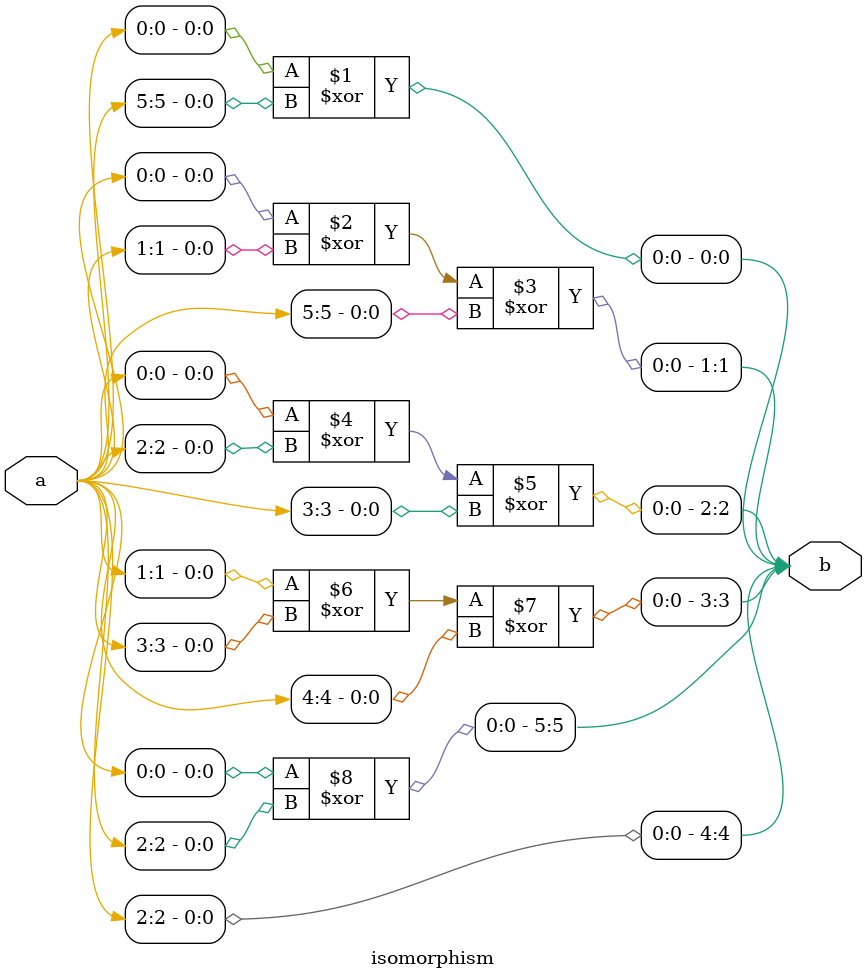
<source format=v>
`timescale 1ns/100ps
module SMS32_20_np_13_2(x,y);
	 input [5:0] x;
	 output [5:0] y;
	 wire [5:0] w;
	 wire [5:0] p;
	 isomorphism C2 (x,w);
	 power_20 C3 (w,p);
	 inv_isomorphism C4 (p,y);
endmodule

module add_base(a,b,c);
	 input [2:0] a;
	 input [2:0] b;
	 output [2:0] c;
	 assign c[0]=a[0]^b[0];
	 assign c[1]=a[1]^b[1];
	 assign c[2]=a[2]^b[2];
endmodule

module constant_multiplication_base_0(a,b);
	 input [2:0] a;
	 output [2:0] b;
	 assign b[0]=0;
	 assign b[1]=0;
	 assign b[2]=0;
endmodule

module constant_multiplication_base_1(a,b);
	 input [2:0] a;
	 output [2:0] b;
	 assign b[0]=a[0];
	 assign b[1]=a[1];
	 assign b[2]=a[2];
endmodule

module constant_multiplication_base_2(a,b);
	 input [2:0] a;
	 output [2:0] b;
	 assign b[0]=a[2];
	 assign b[1]=a[0];
	 assign b[2]=a[1]^a[2];
endmodule

module constant_multiplication_base_3(a,b);
	 input [2:0] a;
	 output [2:0] b;
	 assign b[0]=a[1]^a[2];
	 assign b[1]=a[2];
	 assign b[2]=a[0]^a[1]^a[2];
endmodule

module constant_multiplication_base_4(a,b);
	 input [2:0] a;
	 output [2:0] b;
	 assign b[0]=a[0]^a[1]^a[2];
	 assign b[1]=a[1]^a[2];
	 assign b[2]=a[0]^a[1];
endmodule

module constant_multiplication_base_5(a,b);
	 input [2:0] a;
	 output [2:0] b;
	 assign b[0]=a[0]^a[1];
	 assign b[1]=a[0]^a[1]^a[2];
	 assign b[2]=a[0]^a[2];
endmodule

module constant_multiplication_base_6(a,b);
	 input [2:0] a;
	 output [2:0] b;
	 assign b[0]=a[0]^a[2];
	 assign b[1]=a[0]^a[1];
	 assign b[2]=a[1];
endmodule

module constant_multiplication_base_7(a,b);
	 input [2:0] a;
	 output [2:0] b;
	 assign b[0]=a[1];
	 assign b[1]=a[0]^a[2];
	 assign b[2]=a[0];
endmodule

module multiplication_base(a,b,c);
	 input [2:0] a;
	 input [2:0] b;
	 output [2:0] c;
	 assign c[0]=(a[0]&b[0])^(a[1]&b[2])^(a[2]&b[1])^(a[2]&b[2]);
	 assign c[1]=(a[0]&b[1])^(a[1]&b[0])^(a[2]&b[2]);
	 assign c[2]=(a[2]&b[0])^(a[1]&b[1])^(a[0]&b[2])^(a[1]&b[2])^(a[2]&b[1])^(a[2]&b[2]);
endmodule

module square_base(a,b);
	 input [2:0] a;
	 output[2:0] b;
	 assign b[0]=a[0]^a[2];
	 assign b[1]=a[2];
	 assign b[2]=a[1]^a[2];
endmodule

module four_base(a,b);
	 input [2:0] a;
	 output[2:0] b;
	 assign b[0]=a[0]^a[1];
	 assign b[1]=a[1]^a[2];
	 assign b[2]=a[1];
endmodule

module six_base(a,b);
	 input [2:0] a;
	 output [2:0] b;
	 assign b[0]=a[0]^a[2]^(a[0]&a[1])^(a[0]&a[2])^(a[1]&a[2]);
	 assign b[1]=a[1]^a[2]^(a[0]&a[1])^(a[1]&a[2]);
	 assign b[2]=a[1]^(a[0]&a[2])^(a[1]&a[2]);
endmodule

module power_20(a,b);
	 input [5:0] a;
	 output [5:0] b;
	 wire [2:0] x_0;
	 wire [2:0] x_1;
	 wire [2:0] x_2;
	 wire [2:0] x_3;
	 wire [2:0] x_4;
	 wire [2:0] x_5;
	 wire [2:0] y_0;
	 wire [2:0] y_1;
	 wire [2:0] y_2;
	 wire [2:0] y_3;
	 wire [2:0] z_00;
	 wire [2:0] z_01;
	 wire [2:0] z_02;
	 wire [2:0] z_10;
	 wire [2:0] z_11;
	 wire [2:0] z_12;
	 wire [2:0] w_00;
	 wire [2:0] w_01;
	 wire [2:0] w_02;
	 wire [2:0] w_03;
	 wire [2:0] w_10;
	 wire [2:0] w_11;
	 wire [2:0] w_12;
	 wire [2:0] w_13;
	 assign x_0[0]=a[0];
	 assign x_0[1]=a[1];
	 assign x_0[2]=a[2];
	 assign x_1[0]=a[3];
	 assign x_1[1]=a[4];
	 assign x_1[2]=a[5];
	 six_base A1 (x_0,y_0);
	 six_base A2 (x_1,y_3);
	 square_base  A3 (x_0,x_2);
	 square_base A4 (x_1,x_3);
	 four_base  A5 (x_0,x_4);
	 four_base A6 (x_1,x_5);
	 multiplication_base A7 (x_2,x_5,y_1);
	 multiplication_base A8 (x_3,x_4,y_2);
	 constant_multiplication_base_5 MC00 (y_0,w_00);
	 constant_multiplication_base_1 MC01 (y_1,w_01);
	 constant_multiplication_base_3 MC02 (y_2,w_02);
	 constant_multiplication_base_4 MC03 (y_3,w_03);
	 constant_multiplication_base_4 MC10 (y_0,w_10);
	 constant_multiplication_base_3 MC11 (y_1,w_11);
	 constant_multiplication_base_1 MC12 (y_2,w_12);
	 constant_multiplication_base_5 MC13 (y_3,w_13);
	 add_base B00 (w_00,w_01,z_00);
	 add_base B01 (w_02,w_03,z_01);
	 add_base B02 (z_00,z_01,z_02);
	 add_base B10 (w_10,w_11,z_10);
	 add_base B11 (w_12,w_13,z_11);
	 add_base B12 (z_10,z_11,z_12);
	 assign b[0]=z_02[0];
	 assign b[1]=z_02[1];
	 assign b[2]=z_02[2];
	 assign b[3]=z_12[0];
	 assign b[4]=z_12[1];
	 assign b[5]=z_12[2];
endmodule

module inv_isomorphism(a,b);
	 input [5:0] a;
	 output [5:0] b;
	 assign b[0]=a[2]^a[3]^a[5];
	 assign b[1]=a[0]^a[1];
	 assign b[2]=a[3]^a[5];
	 assign b[3]=a[1]^a[5];
	 assign b[4]=a[2]^a[3]^a[4];
	 assign b[5]=a[1]^a[2]^a[3]^a[4];
endmodule

module isomorphism(a,b);
	 input [5:0] a;
	 output [5:0] b;
	 assign b[0]=a[0]^a[5];
	 assign b[1]=a[0]^a[1]^a[5];
	 assign b[2]=a[0]^a[2]^a[3];
	 assign b[3]=a[1]^a[3]^a[4];
	 assign b[4]=a[2];
	 assign b[5]=a[0]^a[2];
endmodule


</source>
